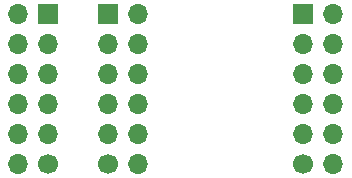
<source format=gbs>
G04 #@! TF.GenerationSoftware,KiCad,Pcbnew,8.0.9-8.0.9-0~ubuntu24.04.1*
G04 #@! TF.CreationDate,2025-04-08T01:43:19+09:30*
G04 #@! TF.ProjectId,qspi-pmod-adapter,71737069-2d70-46d6-9f64-2d6164617074,rev?*
G04 #@! TF.SameCoordinates,Original*
G04 #@! TF.FileFunction,Soldermask,Bot*
G04 #@! TF.FilePolarity,Negative*
%FSLAX46Y46*%
G04 Gerber Fmt 4.6, Leading zero omitted, Abs format (unit mm)*
G04 Created by KiCad (PCBNEW 8.0.9-8.0.9-0~ubuntu24.04.1) date 2025-04-08 01:43:19*
%MOMM*%
%LPD*%
G01*
G04 APERTURE LIST*
%ADD10R,1.700000X1.700000*%
%ADD11O,1.700000X1.700000*%
%ADD12C,1.700000*%
G04 APERTURE END LIST*
D10*
X109220000Y-69850000D03*
D11*
X109220000Y-72390000D03*
X109220000Y-74930000D03*
X109220000Y-77470000D03*
X109220000Y-80010000D03*
D12*
X109220000Y-82550000D03*
D11*
X111760000Y-69850000D03*
X111760000Y-72390000D03*
X111760000Y-74930000D03*
X111760000Y-77470000D03*
X111760000Y-80010000D03*
X111760000Y-82550000D03*
D10*
X125730000Y-69850000D03*
D11*
X125730000Y-72390000D03*
X125730000Y-74930000D03*
X125730000Y-77470000D03*
X125730000Y-80010000D03*
D12*
X125730000Y-82550000D03*
D11*
X128270000Y-69850000D03*
X128270000Y-72390000D03*
X128270000Y-74930000D03*
X128270000Y-77470000D03*
X128270000Y-80010000D03*
X128270000Y-82550000D03*
D10*
X104140000Y-69850000D03*
D11*
X104140000Y-72390000D03*
X104140000Y-74930000D03*
X104140000Y-77470000D03*
X104140000Y-80010000D03*
D12*
X104140000Y-82550000D03*
D11*
X101600000Y-69850000D03*
X101600000Y-72390000D03*
X101600000Y-74930000D03*
X101600000Y-77470000D03*
X101600000Y-80010000D03*
X101600000Y-82550000D03*
M02*

</source>
